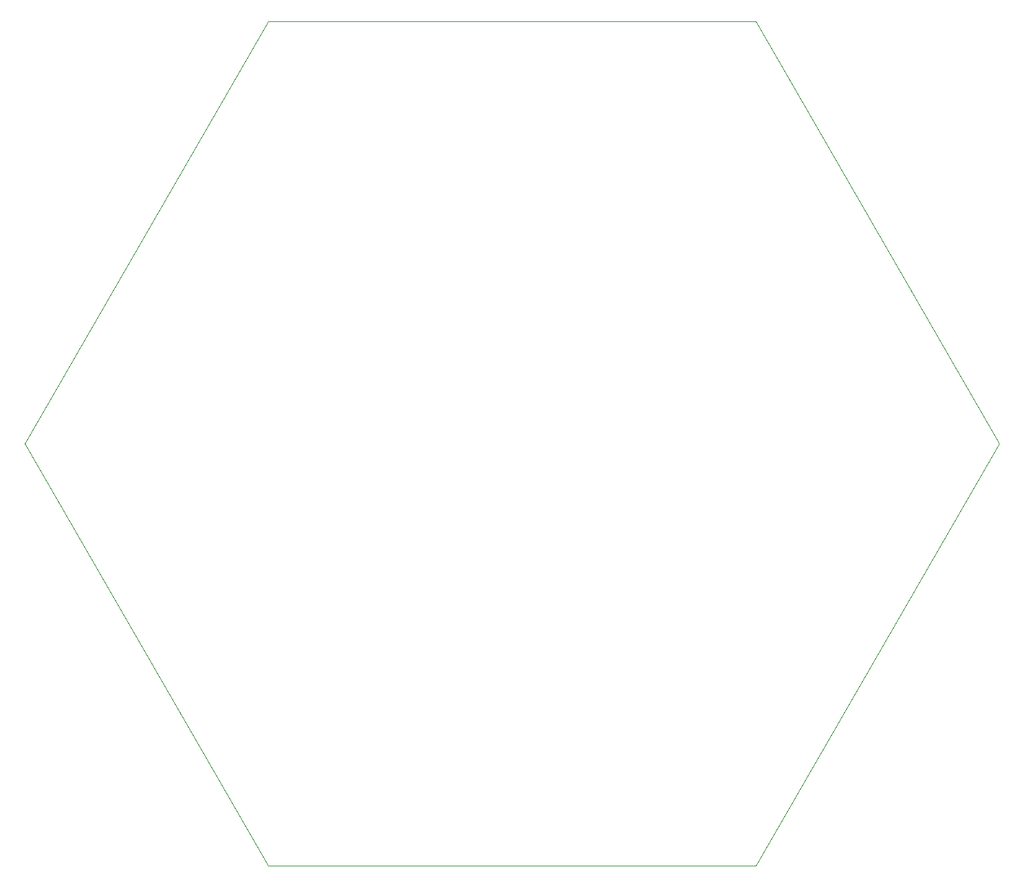
<source format=gbr>
%TF.GenerationSoftware,KiCad,Pcbnew,7.0.6*%
%TF.CreationDate,2024-05-15T12:06:43-04:00*%
%TF.ProjectId,remote_omnidirection_droid_v0.1,72656d6f-7465-45f6-9f6d-6e6964697265,rev?*%
%TF.SameCoordinates,Original*%
%TF.FileFunction,Profile,NP*%
%FSLAX46Y46*%
G04 Gerber Fmt 4.6, Leading zero omitted, Abs format (unit mm)*
G04 Created by KiCad (PCBNEW 7.0.6) date 2024-05-15 12:06:43*
%MOMM*%
%LPD*%
G01*
G04 APERTURE LIST*
%TA.AperFunction,Profile*%
%ADD10C,0.100000*%
%TD*%
G04 APERTURE END LIST*
D10*
X131288410Y-57489052D02*
X161288388Y-109450571D01*
X131288401Y-161412093D01*
X71288393Y-161412095D01*
X41288391Y-109450563D01*
X71288378Y-57489041D01*
X131288410Y-57489052D01*
M02*

</source>
